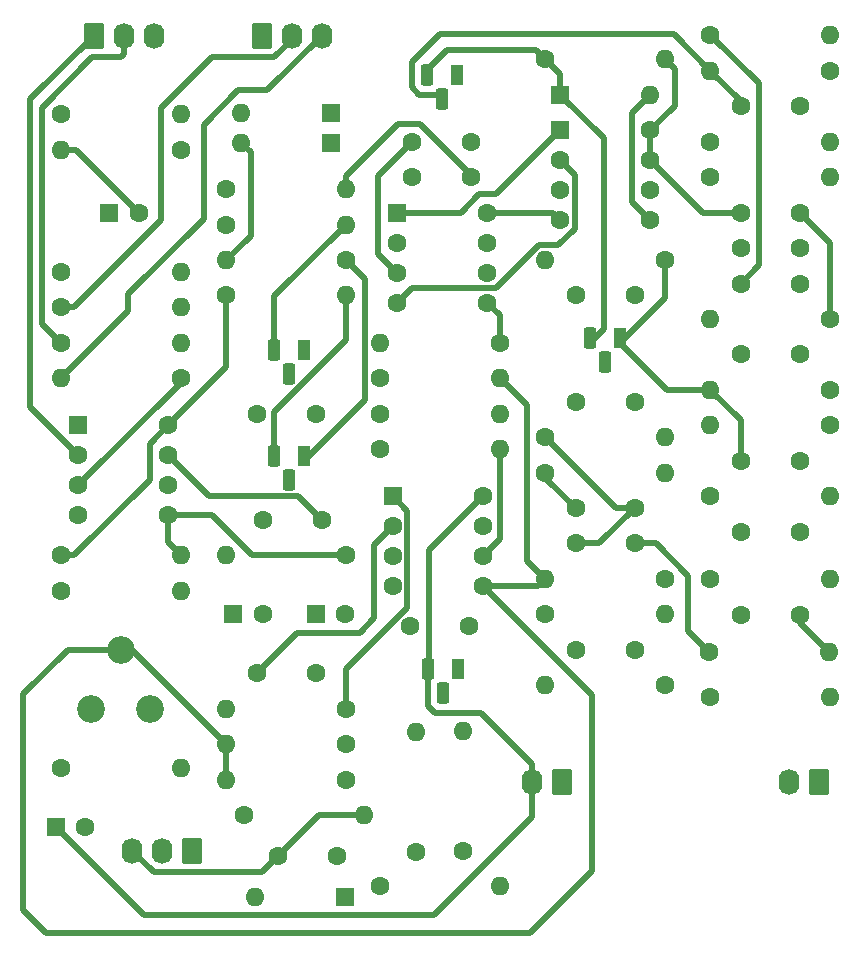
<source format=gbr>
%TF.GenerationSoftware,KiCad,Pcbnew,9.0.0*%
%TF.CreationDate,2025-09-04T18:19:07+01:00*%
%TF.ProjectId,BossCE2,426f7373-4345-4322-9e6b-696361645f70,V1.2*%
%TF.SameCoordinates,Original*%
%TF.FileFunction,Copper,L1,Top*%
%TF.FilePolarity,Positive*%
%FSLAX46Y46*%
G04 Gerber Fmt 4.6, Leading zero omitted, Abs format (unit mm)*
G04 Created by KiCad (PCBNEW 9.0.0) date 2025-09-04 18:19:07*
%MOMM*%
%LPD*%
G01*
G04 APERTURE LIST*
G04 Aperture macros list*
%AMRoundRect*
0 Rectangle with rounded corners*
0 $1 Rounding radius*
0 $2 $3 $4 $5 $6 $7 $8 $9 X,Y pos of 4 corners*
0 Add a 4 corners polygon primitive as box body*
4,1,4,$2,$3,$4,$5,$6,$7,$8,$9,$2,$3,0*
0 Add four circle primitives for the rounded corners*
1,1,$1+$1,$2,$3*
1,1,$1+$1,$4,$5*
1,1,$1+$1,$6,$7*
1,1,$1+$1,$8,$9*
0 Add four rect primitives between the rounded corners*
20,1,$1+$1,$2,$3,$4,$5,0*
20,1,$1+$1,$4,$5,$6,$7,0*
20,1,$1+$1,$6,$7,$8,$9,0*
20,1,$1+$1,$8,$9,$2,$3,0*%
G04 Aperture macros list end*
%TA.AperFunction,ComponentPad*%
%ADD10C,1.600000*%
%TD*%
%TA.AperFunction,ComponentPad*%
%ADD11O,1.600000X1.600000*%
%TD*%
%TA.AperFunction,ComponentPad*%
%ADD12RoundRect,0.250000X-0.550000X-0.550000X0.550000X-0.550000X0.550000X0.550000X-0.550000X0.550000X0*%
%TD*%
%TA.AperFunction,ComponentPad*%
%ADD13C,2.340000*%
%TD*%
%TA.AperFunction,ComponentPad*%
%ADD14R,1.100000X1.800000*%
%TD*%
%TA.AperFunction,ComponentPad*%
%ADD15RoundRect,0.275000X0.275000X0.625000X-0.275000X0.625000X-0.275000X-0.625000X0.275000X-0.625000X0*%
%TD*%
%TA.AperFunction,ComponentPad*%
%ADD16RoundRect,0.250000X-0.620000X-0.845000X0.620000X-0.845000X0.620000X0.845000X-0.620000X0.845000X0*%
%TD*%
%TA.AperFunction,ComponentPad*%
%ADD17O,1.740000X2.190000*%
%TD*%
%TA.AperFunction,ComponentPad*%
%ADD18RoundRect,0.250000X0.620000X0.845000X-0.620000X0.845000X-0.620000X-0.845000X0.620000X-0.845000X0*%
%TD*%
%TA.AperFunction,ComponentPad*%
%ADD19R,1.600000X1.600000*%
%TD*%
%TA.AperFunction,Conductor*%
%ADD20C,0.500000*%
%TD*%
G04 APERTURE END LIST*
D10*
%TO.P,C17,2*%
%TO.N,Net-(J2-Pin_2)*%
X111500000Y-105100000D03*
%TO.P,C17,1*%
%TO.N,Net-(C17-Pad1)*%
X116500000Y-105100000D03*
%TD*%
%TO.P,Rin1,1*%
%TO.N,GND*%
X69460000Y-122000000D03*
D11*
%TO.P,Rin1,2*%
%TO.N,Net-(J1-Pin_3)*%
X79620000Y-122000000D03*
%TD*%
D10*
%TO.P,R13,1*%
%TO.N,Net-(Q2-E)*%
X105080000Y-75000000D03*
D11*
%TO.P,R13,2*%
%TO.N,Net-(U3-IN)*%
X94920000Y-75000000D03*
%TD*%
D10*
%TO.P,R12,1*%
%TO.N,GND*%
X119080000Y-86000000D03*
D11*
%TO.P,R12,2*%
%TO.N,Net-(Q2-E)*%
X108920000Y-86000000D03*
%TD*%
D12*
%TO.P,U4,1,GND*%
%TO.N,+9VA*%
X82380000Y-71000000D03*
D10*
%TO.P,U4,2,CP1*%
%TO.N,Net-(U3-CP2)*%
X82380000Y-73540000D03*
%TO.P,U4,3,VDD*%
%TO.N,GND*%
X82380000Y-76080000D03*
%TO.P,U4,4,CP2*%
%TO.N,Net-(U3-CP1)*%
X82380000Y-78620000D03*
%TO.P,U4,5,OX3*%
%TO.N,Net-(U4-OX3)*%
X90000000Y-78620000D03*
%TO.P,U4,6,OX2*%
%TO.N,unconnected-(U4-OX2-Pad6)*%
X90000000Y-76080000D03*
%TO.P,U4,7,OX1*%
%TO.N,Net-(D1-K)*%
X90000000Y-73540000D03*
%TO.P,U4,8,VGG_OUT*%
%TO.N,Net-(U3-VGG)*%
X90000000Y-71000000D03*
%TD*%
D12*
%TO.P,U3,1,GND*%
%TO.N,+9VA*%
X96195000Y-64000000D03*
D10*
%TO.P,U3,2,CP1*%
%TO.N,Net-(U3-CP1)*%
X96195000Y-66540000D03*
%TO.P,U3,3,IN*%
%TO.N,Net-(U3-IN)*%
X96195000Y-69080000D03*
%TO.P,U3,4,VGG*%
%TO.N,Net-(U3-VGG)*%
X96195000Y-71620000D03*
%TO.P,U3,5,VDD*%
%TO.N,GND*%
X103815000Y-71620000D03*
%TO.P,U3,6,CP2*%
%TO.N,Net-(U3-CP2)*%
X103815000Y-69080000D03*
%TO.P,U3,7,OUT1*%
%TO.N,Net-(U3-OUT1)*%
X103815000Y-66540000D03*
%TO.P,U3,8,OUT2*%
X103815000Y-64000000D03*
%TD*%
D12*
%TO.P,U2,1*%
%TO.N,Net-(J4-Pin_3)*%
X55380000Y-89000000D03*
D10*
%TO.P,U2,2,-*%
%TO.N,Net-(J5-Pin_1)*%
X55380000Y-91540000D03*
%TO.P,U2,3,+*%
%TO.N,Net-(U2A-+)*%
X55380000Y-94080000D03*
%TO.P,U2,4,V-*%
%TO.N,GND*%
X55380000Y-96620000D03*
%TO.P,U2,5,+*%
%TO.N,Net-(J5-Pin_1)*%
X63000000Y-96620000D03*
%TO.P,U2,6,-*%
%TO.N,Net-(U2B--)*%
X63000000Y-94080000D03*
%TO.P,U2,7*%
%TO.N,Net-(J5-Pin_3)*%
X63000000Y-91540000D03*
%TO.P,U2,8,V+*%
%TO.N,+9V*%
X63000000Y-89000000D03*
%TD*%
D12*
%TO.P,U1,1*%
%TO.N,Net-(C4-Pad2)*%
X82000000Y-95000000D03*
D10*
%TO.P,U1,2,-*%
%TO.N,Net-(U1A--)*%
X82000000Y-97540000D03*
%TO.P,U1,3,+*%
%TO.N,Net-(U1A-+)*%
X82000000Y-100080000D03*
%TO.P,U1,4,V-*%
%TO.N,GND*%
X82000000Y-102620000D03*
%TO.P,U1,5,+*%
%TO.N,+4.5V*%
X89620000Y-102620000D03*
%TO.P,U1,6,-*%
%TO.N,Net-(U1B--)*%
X89620000Y-100080000D03*
%TO.P,U1,7*%
%TO.N,Net-(C16-Pad2)*%
X89620000Y-97540000D03*
%TO.P,U1,8,V+*%
%TO.N,+9V*%
X89620000Y-95000000D03*
%TD*%
D13*
%TO.P,RV1,1,1*%
%TO.N,Net-(R27-Pad2)*%
X61500000Y-113000000D03*
%TO.P,RV1,2,2*%
%TO.N,+4.5V*%
X59000000Y-108000000D03*
%TO.P,RV1,3,3*%
%TO.N,Net-(R28-Pad1)*%
X56500000Y-113000000D03*
%TD*%
D10*
%TO.P,RF2,1*%
%TO.N,Net-(J5-Pin_1)*%
X78080000Y-100000000D03*
D11*
%TO.P,RF2,2*%
%TO.N,GND*%
X67920000Y-100000000D03*
%TD*%
D10*
%TO.P,RF1,1*%
%TO.N,+9V*%
X53920000Y-100000000D03*
D11*
%TO.P,RF1,2*%
%TO.N,Net-(J5-Pin_1)*%
X64080000Y-100000000D03*
%TD*%
D10*
%TO.P,R53,1*%
%TO.N,Net-(D5-K)*%
X80920000Y-128000000D03*
D11*
%TO.P,R53,2*%
%TO.N,Net-(J3-Pin_1)*%
X91080000Y-128000000D03*
%TD*%
D10*
%TO.P,R52,1*%
%TO.N,+9V*%
X67920000Y-78000000D03*
D11*
%TO.P,R52,2*%
%TO.N,+9VA*%
X78080000Y-78000000D03*
%TD*%
D10*
%TO.P,R40,1*%
%TO.N,+9VA*%
X67920000Y-72000000D03*
D11*
%TO.P,R40,2*%
%TO.N,Net-(D2-K)*%
X78080000Y-72000000D03*
%TD*%
D10*
%TO.P,R39,1*%
%TO.N,Net-(U4-OX3)*%
X91080000Y-82000000D03*
D11*
%TO.P,R39,2*%
%TO.N,Net-(Q5-B)*%
X80920000Y-82000000D03*
%TD*%
D10*
%TO.P,R38,1*%
%TO.N,+9VA*%
X67920000Y-69000000D03*
D11*
%TO.P,R38,2*%
%TO.N,Net-(D1-K)*%
X78080000Y-69000000D03*
%TD*%
D10*
%TO.P,R37,1*%
%TO.N,Net-(D1-A)*%
X64080000Y-65700000D03*
D11*
%TO.P,R37,2*%
%TO.N,GND*%
X53920000Y-65700000D03*
%TD*%
D10*
%TO.P,R36,1*%
%TO.N,Net-(Q4-E)*%
X78080000Y-75000000D03*
D11*
%TO.P,R36,2*%
%TO.N,Net-(D1-A)*%
X67920000Y-75000000D03*
%TD*%
D10*
%TO.P,R35,1*%
%TO.N,Net-(J5-Pin_2)*%
X53920000Y-82000000D03*
D11*
%TO.P,R35,2*%
%TO.N,Net-(Q4-B)*%
X64080000Y-82000000D03*
%TD*%
D10*
%TO.P,R32,1*%
%TO.N,Net-(J4-Pin_2)*%
X53920000Y-79000000D03*
D11*
%TO.P,R32,2*%
%TO.N,Net-(U2B--)*%
X64080000Y-79000000D03*
%TD*%
D10*
%TO.P,R31,1*%
%TO.N,Net-(J4-Pin_1)*%
X53920000Y-62670000D03*
D11*
%TO.P,R31,2*%
%TO.N,Net-(J5-Pin_1)*%
X64080000Y-62670000D03*
%TD*%
D10*
%TO.P,R30,1*%
%TO.N,Net-(U2A-+)*%
X64080000Y-85000000D03*
D11*
%TO.P,R30,2*%
%TO.N,Net-(J4-Pin_3)*%
X53920000Y-85000000D03*
%TD*%
D10*
%TO.P,R29,1*%
%TO.N,Net-(U2A-+)*%
X53920000Y-76000000D03*
D11*
%TO.P,R29,2*%
%TO.N,Net-(J5-Pin_3)*%
X64080000Y-76000000D03*
%TD*%
D10*
%TO.P,R28,1*%
%TO.N,Net-(R28-Pad1)*%
X53920000Y-103000000D03*
D11*
%TO.P,R28,2*%
%TO.N,GND*%
X64080000Y-103000000D03*
%TD*%
D10*
%TO.P,R27,1*%
%TO.N,+9V*%
X53920000Y-118000000D03*
D11*
%TO.P,R27,2*%
%TO.N,Net-(R27-Pad2)*%
X64080000Y-118000000D03*
%TD*%
D10*
%TO.P,R26,1*%
%TO.N,Net-(J2-Pin_2)*%
X108920000Y-112000000D03*
D11*
%TO.P,R26,2*%
%TO.N,GND*%
X119080000Y-112000000D03*
%TD*%
D10*
%TO.P,R25,1*%
%TO.N,Net-(C16-Pad2)*%
X108820000Y-108200000D03*
D11*
%TO.P,R25,2*%
%TO.N,Net-(C17-Pad1)*%
X118980000Y-108200000D03*
%TD*%
D10*
%TO.P,R24,1*%
%TO.N,Net-(U1B--)*%
X94920000Y-90000000D03*
D11*
%TO.P,R24,2*%
%TO.N,Net-(C16-Pad2)*%
X105080000Y-90000000D03*
%TD*%
D10*
%TO.P,R23,1*%
%TO.N,Net-(C15-Pad2)*%
X94920000Y-93000000D03*
D11*
%TO.P,R23,2*%
%TO.N,Net-(C16-Pad2)*%
X105080000Y-93000000D03*
%TD*%
D10*
%TO.P,R22,1*%
%TO.N,Net-(C14-Pad2)*%
X80920000Y-88000000D03*
D11*
%TO.P,R22,2*%
%TO.N,Net-(U1B--)*%
X91080000Y-88000000D03*
%TD*%
D10*
%TO.P,R21,1*%
%TO.N,Net-(C4-Pad2)*%
X80920000Y-91000000D03*
D11*
%TO.P,R21,2*%
%TO.N,Net-(U1B--)*%
X91080000Y-91000000D03*
%TD*%
D10*
%TO.P,R20,1*%
%TO.N,Net-(C14-Pad2)*%
X80920000Y-85000000D03*
D11*
%TO.P,R20,2*%
%TO.N,+4.5V*%
X91080000Y-85000000D03*
%TD*%
D10*
%TO.P,R19,1*%
%TO.N,Net-(Q3-E)*%
X108920000Y-55910000D03*
D11*
%TO.P,R19,2*%
%TO.N,GND*%
X119080000Y-55910000D03*
%TD*%
D10*
%TO.P,R18,1*%
%TO.N,Net-(C12-Pad1)*%
X119080000Y-59000000D03*
D11*
%TO.P,R18,2*%
%TO.N,Net-(Q3-B)*%
X108920000Y-59000000D03*
%TD*%
D10*
%TO.P,R17,1*%
%TO.N,Net-(C11-Pad1)*%
X108920000Y-68000000D03*
D11*
%TO.P,R17,2*%
%TO.N,Net-(C12-Pad1)*%
X119080000Y-68000000D03*
%TD*%
D10*
%TO.P,R16,1*%
%TO.N,Net-(C10-Pad1)*%
X108920000Y-65000000D03*
D11*
%TO.P,R16,2*%
%TO.N,Net-(C11-Pad1)*%
X119080000Y-65000000D03*
%TD*%
D10*
%TO.P,R15,1*%
%TO.N,Net-(C10-Pad1)*%
X119080000Y-80000000D03*
D11*
%TO.P,R15,2*%
%TO.N,+4.5V*%
X108920000Y-80000000D03*
%TD*%
D10*
%TO.P,R14,1*%
%TO.N,+9V*%
X94920000Y-58000000D03*
D11*
%TO.P,R14,2*%
%TO.N,Net-(U3-OUT1)*%
X105080000Y-58000000D03*
%TD*%
D10*
%TO.P,R11,1*%
%TO.N,Net-(C7-Pad2)*%
X119080000Y-89000000D03*
D11*
%TO.P,R11,2*%
%TO.N,Net-(Q2-B)*%
X108920000Y-89000000D03*
%TD*%
D10*
%TO.P,R10,1*%
%TO.N,Net-(C6-Pad2)*%
X108920000Y-95000000D03*
D11*
%TO.P,R10,2*%
%TO.N,Net-(C7-Pad2)*%
X119080000Y-95000000D03*
%TD*%
D10*
%TO.P,R9,1*%
%TO.N,Net-(C5-Pad2)*%
X108920000Y-102000000D03*
D11*
%TO.P,R9,2*%
%TO.N,Net-(C6-Pad2)*%
X119080000Y-102000000D03*
%TD*%
D10*
%TO.P,R8,1*%
%TO.N,Net-(C5-Pad2)*%
X105080000Y-102000000D03*
D11*
%TO.P,R8,2*%
%TO.N,+4.5V*%
X94920000Y-102000000D03*
%TD*%
D10*
%TO.P,R7,1*%
%TO.N,Net-(U1A-+)*%
X78080000Y-116000000D03*
D11*
%TO.P,R7,2*%
%TO.N,+4.5V*%
X67920000Y-116000000D03*
%TD*%
D10*
%TO.P,R6,1*%
%TO.N,Net-(C4-Pad2)*%
X78080000Y-113000000D03*
D11*
%TO.P,R6,2*%
%TO.N,Net-(U1A--)*%
X67920000Y-113000000D03*
%TD*%
D10*
%TO.P,R5,1*%
%TO.N,Net-(U1A--)*%
X94920000Y-105000000D03*
D11*
%TO.P,R5,2*%
%TO.N,Net-(C3-Pad2)*%
X105080000Y-105000000D03*
%TD*%
D10*
%TO.P,R4,1*%
%TO.N,Net-(U1A--)*%
X105080000Y-111000000D03*
D11*
%TO.P,R4,2*%
%TO.N,Net-(C2-Pad2)*%
X94920000Y-111000000D03*
%TD*%
D10*
%TO.P,R3,1*%
%TO.N,GND*%
X88000000Y-125080000D03*
D11*
%TO.P,R3,2*%
%TO.N,Net-(Q1-E)*%
X88000000Y-114920000D03*
%TD*%
D10*
%TO.P,R2,1*%
%TO.N,Net-(Q1-B)*%
X78080000Y-119000000D03*
D11*
%TO.P,R2,2*%
%TO.N,+4.5V*%
X67920000Y-119000000D03*
%TD*%
D10*
%TO.P,R1,1*%
%TO.N,Net-(C1-Pad2)*%
X84000000Y-125160000D03*
D11*
%TO.P,R1,2*%
%TO.N,Net-(Q1-B)*%
X84000000Y-115000000D03*
%TD*%
D14*
%TO.P,Q5,1,E*%
%TO.N,GND*%
X74540000Y-82600000D03*
D15*
%TO.P,Q5,2,B*%
%TO.N,Net-(Q5-B)*%
X73270000Y-84670000D03*
%TO.P,Q5,3,C*%
%TO.N,Net-(D2-K)*%
X72000000Y-82600000D03*
%TD*%
D14*
%TO.P,Q4,1,E*%
%TO.N,Net-(Q4-E)*%
X74540000Y-91600000D03*
D15*
%TO.P,Q4,2,B*%
%TO.N,Net-(Q4-B)*%
X73270000Y-93670000D03*
%TO.P,Q4,3,C*%
%TO.N,+9VA*%
X72000000Y-91600000D03*
%TD*%
D14*
%TO.P,Q3,1,E*%
%TO.N,Net-(Q3-E)*%
X87455000Y-59330000D03*
D15*
%TO.P,Q3,2,B*%
%TO.N,Net-(Q3-B)*%
X86185000Y-61400000D03*
%TO.P,Q3,3,C*%
%TO.N,+9V*%
X84915000Y-59330000D03*
%TD*%
D14*
%TO.P,Q2,1,E*%
%TO.N,Net-(Q2-E)*%
X101270000Y-81600000D03*
D15*
%TO.P,Q2,2,B*%
%TO.N,Net-(Q2-B)*%
X100000000Y-83670000D03*
%TO.P,Q2,3,C*%
%TO.N,+9V*%
X98730000Y-81600000D03*
%TD*%
D14*
%TO.P,Q1,1,E*%
%TO.N,Net-(Q1-E)*%
X87540000Y-109600000D03*
D15*
%TO.P,Q1,2,B*%
%TO.N,Net-(Q1-B)*%
X86270000Y-111670000D03*
%TO.P,Q1,3,C*%
%TO.N,+9V*%
X85000000Y-109600000D03*
%TD*%
D16*
%TO.P,J5,1,Pin_1*%
%TO.N,Net-(J5-Pin_1)*%
X56690000Y-56000000D03*
D17*
%TO.P,J5,2,Pin_2*%
%TO.N,Net-(J5-Pin_2)*%
X59230000Y-56000000D03*
%TO.P,J5,3,Pin_3*%
%TO.N,Net-(J5-Pin_3)*%
X61770000Y-56000000D03*
%TD*%
D16*
%TO.P,J4,1,Pin_1*%
%TO.N,Net-(J4-Pin_1)*%
X70920000Y-56000000D03*
D17*
%TO.P,J4,2,Pin_2*%
%TO.N,Net-(J4-Pin_2)*%
X73460000Y-56000000D03*
%TO.P,J4,3,Pin_3*%
%TO.N,Net-(J4-Pin_3)*%
X76000000Y-56000000D03*
%TD*%
D18*
%TO.P,J3,1,Pin_1*%
%TO.N,Net-(J3-Pin_1)*%
X96370000Y-119200000D03*
D17*
%TO.P,J3,2,Pin_2*%
%TO.N,+9V*%
X93830000Y-119200000D03*
%TD*%
D18*
%TO.P,J2,1,Pin_1*%
%TO.N,GND*%
X118100000Y-119200000D03*
D17*
%TO.P,J2,2,Pin_2*%
%TO.N,Net-(J2-Pin_2)*%
X115560000Y-119200000D03*
%TD*%
D18*
%TO.P,J1,1,Pin_1*%
%TO.N,GND*%
X65000000Y-125000000D03*
D17*
%TO.P,J1,2,Pin_2*%
%TO.N,Net-(D5-A)*%
X62460000Y-125000000D03*
%TO.P,J1,3,Pin_3*%
%TO.N,Net-(J1-Pin_3)*%
X59920000Y-125000000D03*
%TD*%
D19*
%TO.P,D7,1,K*%
%TO.N,+9V*%
X96190000Y-61000000D03*
D11*
%TO.P,D7,2,A*%
%TO.N,GND*%
X103810000Y-61000000D03*
%TD*%
D19*
%TO.P,D5,1,K*%
%TO.N,Net-(D5-K)*%
X78000000Y-128900000D03*
D11*
%TO.P,D5,2,A*%
%TO.N,Net-(D5-A)*%
X70380000Y-128900000D03*
%TD*%
D19*
%TO.P,D2,1,K*%
%TO.N,Net-(D2-K)*%
X76810000Y-62540000D03*
D11*
%TO.P,D2,2,A*%
%TO.N,Net-(D1-K)*%
X69190000Y-62540000D03*
%TD*%
D19*
%TO.P,D1,1,K*%
%TO.N,Net-(D1-K)*%
X76810000Y-65100000D03*
D11*
%TO.P,D1,2,A*%
%TO.N,Net-(D1-A)*%
X69190000Y-65100000D03*
%TD*%
D19*
%TO.P,C30,1*%
%TO.N,+9VA*%
X58000000Y-71000000D03*
D10*
%TO.P,C30,2*%
%TO.N,GND*%
X60500000Y-71000000D03*
%TD*%
D19*
%TO.P,C29,1*%
%TO.N,+9V*%
X53500000Y-123000000D03*
D10*
%TO.P,C29,2*%
%TO.N,GND*%
X56000000Y-123000000D03*
%TD*%
%TO.P,C22,1*%
%TO.N,Net-(D1-K)*%
X88685000Y-68000000D03*
%TO.P,C22,2*%
%TO.N,Net-(U4-OX3)*%
X83685000Y-68000000D03*
%TD*%
%TO.P,C21,1*%
%TO.N,Net-(Q4-B)*%
X70500000Y-88000000D03*
%TO.P,C21,2*%
%TO.N,GND*%
X75500000Y-88000000D03*
%TD*%
D19*
%TO.P,C20,1*%
%TO.N,Net-(J5-Pin_1)*%
X75500000Y-105000000D03*
D10*
%TO.P,C20,2*%
%TO.N,GND*%
X78000000Y-105000000D03*
%TD*%
%TO.P,C19,1*%
%TO.N,Net-(U2B--)*%
X71000000Y-97000000D03*
%TO.P,C19,2*%
%TO.N,Net-(J5-Pin_3)*%
X76000000Y-97000000D03*
%TD*%
D19*
%TO.P,C18,1*%
%TO.N,+4.5V*%
X68500000Y-105000000D03*
D10*
%TO.P,C18,2*%
%TO.N,GND*%
X71000000Y-105000000D03*
%TD*%
%TO.P,C16,1*%
%TO.N,Net-(U1B--)*%
X97500000Y-99000000D03*
%TO.P,C16,2*%
%TO.N,Net-(C16-Pad2)*%
X102500000Y-99000000D03*
%TD*%
%TO.P,C15,1*%
%TO.N,Net-(U1B--)*%
X102500000Y-96000000D03*
%TO.P,C15,2*%
%TO.N,Net-(C15-Pad2)*%
X97500000Y-96000000D03*
%TD*%
%TO.P,C14,1*%
%TO.N,Net-(Q3-E)*%
X102500000Y-78000000D03*
%TO.P,C14,2*%
%TO.N,Net-(C14-Pad2)*%
X97500000Y-78000000D03*
%TD*%
%TO.P,C13,1*%
%TO.N,Net-(Q3-B)*%
X111500000Y-62000000D03*
%TO.P,C13,2*%
%TO.N,GND*%
X116500000Y-62000000D03*
%TD*%
%TO.P,C12,1*%
%TO.N,Net-(C12-Pad1)*%
X116500000Y-77000000D03*
%TO.P,C12,2*%
%TO.N,Net-(Q3-E)*%
X111500000Y-77000000D03*
%TD*%
%TO.P,C11,1*%
%TO.N,Net-(C11-Pad1)*%
X116500000Y-74000000D03*
%TO.P,C11,2*%
%TO.N,GND*%
X111500000Y-74000000D03*
%TD*%
%TO.P,C10,1*%
%TO.N,Net-(C10-Pad1)*%
X116500000Y-71000000D03*
%TO.P,C10,2*%
%TO.N,Net-(U3-OUT1)*%
X111500000Y-71000000D03*
%TD*%
%TO.P,C9,1*%
%TO.N,GND*%
X83685000Y-65000000D03*
%TO.P,C9,2*%
%TO.N,Net-(U3-VGG)*%
X88685000Y-65000000D03*
%TD*%
%TO.P,C8,1*%
%TO.N,GND*%
X116500000Y-83000000D03*
%TO.P,C8,2*%
%TO.N,Net-(Q2-B)*%
X111500000Y-83000000D03*
%TD*%
%TO.P,C7,1*%
%TO.N,Net-(Q2-E)*%
X111500000Y-92000000D03*
%TO.P,C7,2*%
%TO.N,Net-(C7-Pad2)*%
X116500000Y-92000000D03*
%TD*%
%TO.P,C6,1*%
%TO.N,GND*%
X116500000Y-98000000D03*
%TO.P,C6,2*%
%TO.N,Net-(C6-Pad2)*%
X111500000Y-98000000D03*
%TD*%
%TO.P,C5,1*%
%TO.N,Net-(C4-Pad2)*%
X97500000Y-87000000D03*
%TO.P,C5,2*%
%TO.N,Net-(C5-Pad2)*%
X102500000Y-87000000D03*
%TD*%
%TO.P,C4,1*%
%TO.N,Net-(U1A--)*%
X70500000Y-110000000D03*
%TO.P,C4,2*%
%TO.N,Net-(C4-Pad2)*%
X75500000Y-110000000D03*
%TD*%
%TO.P,C3,1*%
%TO.N,Net-(C2-Pad2)*%
X97500000Y-108000000D03*
%TO.P,C3,2*%
%TO.N,Net-(C3-Pad2)*%
X102500000Y-108000000D03*
%TD*%
%TO.P,C2,1*%
%TO.N,Net-(Q1-E)*%
X83500000Y-106000000D03*
%TO.P,C2,2*%
%TO.N,Net-(C2-Pad2)*%
X88500000Y-106000000D03*
%TD*%
%TO.P,C1,1*%
%TO.N,Net-(J1-Pin_3)*%
X72300000Y-125500000D03*
%TO.P,C1,2*%
%TO.N,Net-(C1-Pad2)*%
X77300000Y-125500000D03*
%TD*%
D20*
%TO.N,Net-(C16-Pad2)*%
X108820000Y-108200000D02*
X107000000Y-106380000D01*
X107000000Y-106380000D02*
X107000000Y-101726554D01*
X107000000Y-101726554D02*
X104273446Y-99000000D01*
X104273446Y-99000000D02*
X102500000Y-99000000D01*
%TO.N,Net-(C17-Pad1)*%
X116500000Y-105100000D02*
X116500000Y-105720000D01*
X116500000Y-105720000D02*
X118980000Y-108200000D01*
%TO.N,GND*%
X60500000Y-71000000D02*
X55200000Y-65700000D01*
X55200000Y-65700000D02*
X53920000Y-65700000D01*
%TO.N,Net-(J5-Pin_3)*%
X63000000Y-91540000D02*
X66481000Y-95021000D01*
X66481000Y-95021000D02*
X74021000Y-95021000D01*
X74021000Y-95021000D02*
X76000000Y-97000000D01*
%TO.N,+9V*%
X93830000Y-119200000D02*
X93830000Y-122170000D01*
X93830000Y-122170000D02*
X85549000Y-130451000D01*
X85549000Y-130451000D02*
X60951000Y-130451000D01*
X60951000Y-130451000D02*
X53500000Y-123000000D01*
X89514000Y-113369000D02*
X93830000Y-117685000D01*
X93830000Y-117685000D02*
X93830000Y-119200000D01*
%TO.N,+4.5V*%
X59000000Y-108000000D02*
X54500000Y-108000000D01*
X98861000Y-111861000D02*
X89620000Y-102620000D01*
X54500000Y-108000000D02*
X50751000Y-111749000D01*
X50751000Y-111749000D02*
X50751000Y-130051000D01*
X50751000Y-130051000D02*
X52700000Y-132000000D01*
X93600000Y-132000000D02*
X98861000Y-126739000D01*
X52700000Y-132000000D02*
X93600000Y-132000000D01*
X98861000Y-126739000D02*
X98861000Y-111861000D01*
%TO.N,Net-(C4-Pad2)*%
X82000000Y-95000000D02*
X83251000Y-96251000D01*
X83251000Y-96251000D02*
X83251000Y-104479818D01*
X83251000Y-104479818D02*
X78080000Y-109650818D01*
X78080000Y-109650818D02*
X78080000Y-113000000D01*
%TO.N,+4.5V*%
X89620000Y-102620000D02*
X94300000Y-102620000D01*
X94300000Y-102620000D02*
X94920000Y-102000000D01*
%TO.N,Net-(U1B--)*%
X91080000Y-91000000D02*
X91080000Y-98620000D01*
X91080000Y-98620000D02*
X89620000Y-100080000D01*
X102500000Y-96000000D02*
X100920000Y-96000000D01*
X100920000Y-96000000D02*
X94920000Y-90000000D01*
X97500000Y-99000000D02*
X99500000Y-99000000D01*
X99500000Y-99000000D02*
X102500000Y-96000000D01*
%TO.N,Net-(C15-Pad2)*%
X94920000Y-93000000D02*
X94920000Y-93420000D01*
X94920000Y-93420000D02*
X97500000Y-96000000D01*
%TO.N,Net-(Q4-E)*%
X74540000Y-92000000D02*
X79669000Y-86871000D01*
X79669000Y-86871000D02*
X79669000Y-76589000D01*
X79669000Y-76589000D02*
X78080000Y-75000000D01*
%TO.N,GND*%
X83685000Y-65000000D02*
X80800000Y-67885000D01*
X80800000Y-67885000D02*
X80800000Y-74500000D01*
X80800000Y-74500000D02*
X82380000Y-76080000D01*
%TO.N,+9VA*%
X72000000Y-92000000D02*
X72000000Y-87874338D01*
X72000000Y-87874338D02*
X78080000Y-81794338D01*
X78080000Y-81794338D02*
X78080000Y-78000000D01*
%TO.N,Net-(U3-CP1)*%
X82380000Y-78620000D02*
X83631000Y-77369000D01*
X90781818Y-77369000D02*
X94401818Y-73749000D01*
X83631000Y-77369000D02*
X90781818Y-77369000D01*
X94401818Y-73749000D02*
X96051000Y-73749000D01*
X96051000Y-73749000D02*
X97446000Y-72354000D01*
X97446000Y-72354000D02*
X97446000Y-67791000D01*
X97446000Y-67791000D02*
X96195000Y-66540000D01*
%TO.N,Net-(U4-OX3)*%
X91080000Y-82000000D02*
X91080000Y-79700000D01*
X91080000Y-79700000D02*
X90000000Y-78620000D01*
%TO.N,Net-(U3-OUT1)*%
X103815000Y-66540000D02*
X108275000Y-71000000D01*
X108275000Y-71000000D02*
X111500000Y-71000000D01*
X103815000Y-64000000D02*
X103815000Y-66540000D01*
X105080000Y-58000000D02*
X105879999Y-58799999D01*
X105879999Y-58799999D02*
X105879999Y-61935001D01*
X105879999Y-61935001D02*
X103815000Y-64000000D01*
%TO.N,Net-(Q3-B)*%
X111500000Y-62000000D02*
X111500000Y-61580000D01*
X111500000Y-61580000D02*
X108920000Y-59000000D01*
%TO.N,Net-(Q3-E)*%
X108920000Y-55910000D02*
X113051000Y-60041000D01*
X113051000Y-60041000D02*
X113051000Y-75449000D01*
X113051000Y-75449000D02*
X111500000Y-77000000D01*
%TO.N,Net-(C10-Pad1)*%
X116500000Y-71000000D02*
X119080000Y-73580000D01*
X119080000Y-73580000D02*
X119080000Y-80000000D01*
%TO.N,Net-(Q3-B)*%
X86185000Y-61000000D02*
X84226396Y-61000000D01*
X85985396Y-55901000D02*
X105821000Y-55901000D01*
X84226396Y-61000000D02*
X83614000Y-60387604D01*
X83614000Y-60387604D02*
X83614000Y-58272396D01*
X83614000Y-58272396D02*
X85985396Y-55901000D01*
X105821000Y-55901000D02*
X108920000Y-59000000D01*
%TO.N,Net-(U3-VGG)*%
X90000000Y-71000000D02*
X95575000Y-71000000D01*
X95575000Y-71000000D02*
X96195000Y-71620000D01*
%TO.N,GND*%
X103810000Y-61000000D02*
X102264000Y-62546000D01*
X102264000Y-62546000D02*
X102264000Y-70069000D01*
X102264000Y-70069000D02*
X103815000Y-71620000D01*
%TO.N,Net-(Q2-E)*%
X101270000Y-82000000D02*
X105080000Y-78190000D01*
X105080000Y-78190000D02*
X105080000Y-75000000D01*
X108920000Y-86000000D02*
X111500000Y-88580000D01*
X111500000Y-88580000D02*
X111500000Y-92000000D01*
X101270000Y-82000000D02*
X105270000Y-86000000D01*
X105270000Y-86000000D02*
X108920000Y-86000000D01*
%TO.N,+4.5V*%
X94920000Y-102000000D02*
X93369000Y-100449000D01*
X93369000Y-100449000D02*
X93369000Y-87289000D01*
X93369000Y-87289000D02*
X91080000Y-85000000D01*
%TO.N,Net-(J4-Pin_2)*%
X53920000Y-79000000D02*
X55051370Y-79000000D01*
X55051370Y-79000000D02*
X62400000Y-71651370D01*
X62400000Y-71651370D02*
X62400000Y-62156554D01*
X62400000Y-62156554D02*
X66710554Y-57846000D01*
X66710554Y-57846000D02*
X71961556Y-57846000D01*
X71961556Y-57846000D02*
X73460000Y-56347556D01*
X73460000Y-56347556D02*
X73460000Y-56000000D01*
%TO.N,Net-(J4-Pin_3)*%
X76000000Y-56000000D02*
X71400000Y-60600000D01*
X71400000Y-60600000D02*
X68936554Y-60600000D01*
X68936554Y-60600000D02*
X66000000Y-63536554D01*
X66000000Y-63536554D02*
X66000000Y-71500000D01*
X66000000Y-71500000D02*
X59600000Y-77900000D01*
X59600000Y-77900000D02*
X59600000Y-79320000D01*
X59600000Y-79320000D02*
X53920000Y-85000000D01*
%TO.N,Net-(J5-Pin_2)*%
X53920000Y-82000000D02*
X52300000Y-80380000D01*
X52300000Y-80380000D02*
X52300000Y-62096554D01*
X52300000Y-62096554D02*
X56550554Y-57846000D01*
X56550554Y-57846000D02*
X58979000Y-57846000D01*
X58979000Y-57846000D02*
X59230000Y-57595000D01*
X59230000Y-57595000D02*
X59230000Y-56000000D01*
%TO.N,Net-(J5-Pin_1)*%
X55380000Y-91540000D02*
X51299000Y-87459000D01*
X51299000Y-87459000D02*
X51299000Y-61391000D01*
X51299000Y-61391000D02*
X56690000Y-56000000D01*
%TO.N,+9V*%
X67920000Y-78000000D02*
X67920000Y-84080000D01*
X67920000Y-84080000D02*
X63000000Y-89000000D01*
%TO.N,Net-(D2-K)*%
X72000000Y-83000000D02*
X72000000Y-78080000D01*
X72000000Y-78080000D02*
X78080000Y-72000000D01*
%TO.N,Net-(D1-K)*%
X78080000Y-69000000D02*
X78080000Y-67868630D01*
X78080000Y-67868630D02*
X82499630Y-63449000D01*
X88685000Y-67806554D02*
X88685000Y-68000000D01*
X82499630Y-63449000D02*
X84327446Y-63449000D01*
X84327446Y-63449000D02*
X88685000Y-67806554D01*
%TO.N,Net-(U2A-+)*%
X55380000Y-94080000D02*
X64080000Y-85380000D01*
X64080000Y-85380000D02*
X64080000Y-85000000D01*
%TO.N,+9V*%
X53920000Y-100000000D02*
X55051370Y-100000000D01*
X55051370Y-100000000D02*
X61449000Y-93602370D01*
X61449000Y-93602370D02*
X61449000Y-90551000D01*
X61449000Y-90551000D02*
X63000000Y-89000000D01*
%TO.N,Net-(J5-Pin_1)*%
X63000000Y-96620000D02*
X63000000Y-98920000D01*
X63000000Y-98920000D02*
X64080000Y-100000000D01*
X78080000Y-100000000D02*
X70113446Y-100000000D01*
X70113446Y-100000000D02*
X66733446Y-96620000D01*
X66733446Y-96620000D02*
X63000000Y-96620000D01*
%TO.N,Net-(U1A--)*%
X70500000Y-110000000D02*
X73949000Y-106551000D01*
X73949000Y-106551000D02*
X79249000Y-106551000D01*
X79249000Y-106551000D02*
X80449000Y-105351000D01*
X80449000Y-105351000D02*
X80449000Y-99091000D01*
X80449000Y-99091000D02*
X82000000Y-97540000D01*
%TO.N,Net-(J1-Pin_3)*%
X72300000Y-125500000D02*
X75800000Y-122000000D01*
X75800000Y-122000000D02*
X79620000Y-122000000D01*
X59920000Y-125000000D02*
X61766000Y-126846000D01*
X61766000Y-126846000D02*
X70954000Y-126846000D01*
X70954000Y-126846000D02*
X72300000Y-125500000D01*
%TO.N,+4.5V*%
X67920000Y-116000000D02*
X59920000Y-108000000D01*
X59920000Y-108000000D02*
X59000000Y-108000000D01*
X67920000Y-119000000D02*
X67920000Y-116000000D01*
%TO.N,+9V*%
X85000000Y-110000000D02*
X84969000Y-110031000D01*
X84969000Y-110031000D02*
X84969000Y-112727604D01*
X84969000Y-112727604D02*
X85610396Y-113369000D01*
X85610396Y-113369000D02*
X89514000Y-113369000D01*
X89620000Y-95000000D02*
X85051000Y-99569000D01*
X85051000Y-99569000D02*
X85051000Y-109949000D01*
X85051000Y-109949000D02*
X85000000Y-110000000D01*
X98730000Y-82000000D02*
X98699000Y-82031000D01*
X96190000Y-61000000D02*
X99900000Y-64710000D01*
X99900000Y-64710000D02*
X99900000Y-80830000D01*
X99900000Y-80830000D02*
X98730000Y-82000000D01*
X94920000Y-58000000D02*
X94120001Y-57200001D01*
X86632999Y-57200001D02*
X84915000Y-58918000D01*
X94120001Y-57200001D02*
X86632999Y-57200001D01*
X84915000Y-58918000D02*
X84915000Y-59730000D01*
X96190000Y-61000000D02*
X96190000Y-59270000D01*
X96190000Y-59270000D02*
X94920000Y-58000000D01*
%TO.N,+9VA*%
X82380000Y-71000000D02*
X87806554Y-71000000D01*
X87806554Y-71000000D02*
X89357554Y-69449000D01*
X89357554Y-69449000D02*
X90746000Y-69449000D01*
X90746000Y-69449000D02*
X96195000Y-64000000D01*
%TO.N,Net-(D1-A)*%
X69190000Y-65100000D02*
X69989999Y-65899999D01*
X69989999Y-65899999D02*
X69989999Y-72930001D01*
X69989999Y-72930001D02*
X67920000Y-75000000D01*
%TD*%
M02*

</source>
